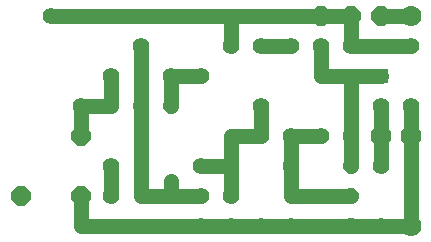
<source format=gbl>
G75*
%MOIN*%
%OFA0B0*%
%FSLAX25Y25*%
%IPPOS*%
%LPD*%
%AMOC8*
5,1,8,0,0,1.08239X$1,22.5*
%
%ADD10C,0.07000*%
%ADD11C,0.05543*%
%ADD12R,0.04756X0.04756*%
%ADD13OC8,0.06496*%
%ADD14OC8,0.05150*%
%ADD15C,0.05000*%
D10*
X0140013Y0050267D03*
X0150013Y0050267D03*
X0150013Y0020267D03*
X0150013Y0090267D03*
D11*
X0150013Y0080267D03*
X0130013Y0080267D03*
X0120013Y0080267D03*
X0110013Y0080267D03*
X0100013Y0080267D03*
X0090013Y0080267D03*
X0080013Y0070267D03*
X0070013Y0070267D03*
X0060013Y0080267D03*
X0050013Y0070267D03*
X0040013Y0060267D03*
X0050013Y0040267D03*
X0050013Y0030267D03*
X0070013Y0030267D03*
X0080013Y0030267D03*
X0090013Y0030267D03*
X0090013Y0040267D03*
X0080013Y0040267D03*
X0100013Y0050267D03*
X0110013Y0050267D03*
X0120013Y0050267D03*
X0130013Y0050267D03*
X0140013Y0040267D03*
X0140013Y0060267D03*
X0150013Y0060267D03*
X0110013Y0040267D03*
X0100013Y0060267D03*
X0100013Y0020267D03*
X0110013Y0020267D03*
X0090013Y0020267D03*
X0080013Y0020267D03*
X0140013Y0020267D03*
X0030013Y0090267D03*
D12*
X0140013Y0070267D03*
D13*
X0140013Y0090267D03*
X0130013Y0090267D03*
X0120013Y0090267D03*
X0040013Y0050267D03*
X0040013Y0030267D03*
X0020013Y0030267D03*
D14*
X0050013Y0060267D03*
X0060013Y0060267D03*
X0070013Y0060267D03*
X0130013Y0040267D03*
X0130013Y0030267D03*
X0130013Y0020267D03*
D15*
X0080013Y0020267D02*
X0040013Y0020267D01*
X0040013Y0030267D01*
X0050013Y0030267D02*
X0050013Y0040267D01*
X0040013Y0050267D02*
X0040013Y0060267D01*
X0050013Y0060267D01*
X0050013Y0070267D01*
X0060013Y0080267D02*
X0060013Y0060267D01*
X0060013Y0030267D01*
X0070013Y0030267D01*
X0080013Y0030267D01*
X0070013Y0030267D02*
X0070013Y0035267D01*
X0080013Y0040267D02*
X0090013Y0040267D01*
X0090013Y0030267D01*
X0090013Y0040267D02*
X0090013Y0050267D01*
X0100013Y0050267D01*
X0100013Y0060267D01*
X0110013Y0050267D02*
X0110013Y0040267D01*
X0110013Y0030267D01*
X0130013Y0030267D01*
X0130013Y0040267D02*
X0130013Y0050267D01*
X0130013Y0070267D01*
X0120013Y0070267D01*
X0120013Y0080267D01*
X0130013Y0080267D02*
X0130013Y0090267D01*
X0120013Y0090267D01*
X0090013Y0090267D01*
X0030013Y0090267D01*
X0070013Y0070267D02*
X0080013Y0070267D01*
X0070013Y0070267D02*
X0070013Y0060267D01*
X0090013Y0080267D02*
X0090013Y0090267D01*
X0100013Y0080267D02*
X0110013Y0080267D01*
X0130013Y0080267D02*
X0150013Y0080267D01*
X0140013Y0070267D02*
X0130013Y0070267D01*
X0140013Y0060267D02*
X0140013Y0050267D01*
X0140013Y0040267D01*
X0150013Y0050267D02*
X0150013Y0060267D01*
X0150013Y0050267D02*
X0150013Y0020267D01*
X0140013Y0020267D01*
X0130013Y0020267D01*
X0110013Y0020267D01*
X0100013Y0020267D01*
X0090013Y0020267D01*
X0080013Y0020267D01*
X0110013Y0050267D02*
X0120013Y0050267D01*
X0140013Y0090267D02*
X0150013Y0090267D01*
M02*

</source>
